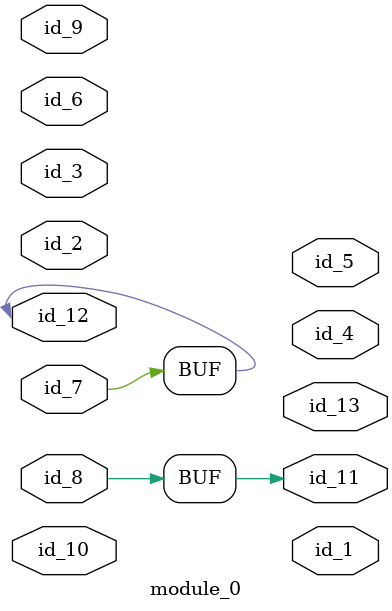
<source format=v>
`timescale 1 ps / 1ps
module module_0 (
    id_1,
    id_2,
    id_3,
    id_4,
    id_5,
    id_6,
    id_7,
    id_8,
    id_9,
    id_10,
    id_11,
    id_12,
    id_13
);
  output id_13;
  inout id_12;
  output id_11;
  inout id_10;
  input id_9;
  input id_8;
  input id_7;
  inout id_6;
  output id_5;
  output id_4;
  inout id_3;
  inout id_2;
  output id_1;
  assign id_11 = id_8;
  assign id_12 = id_7;
  assign id_12 = (id_7);
endmodule

</source>
